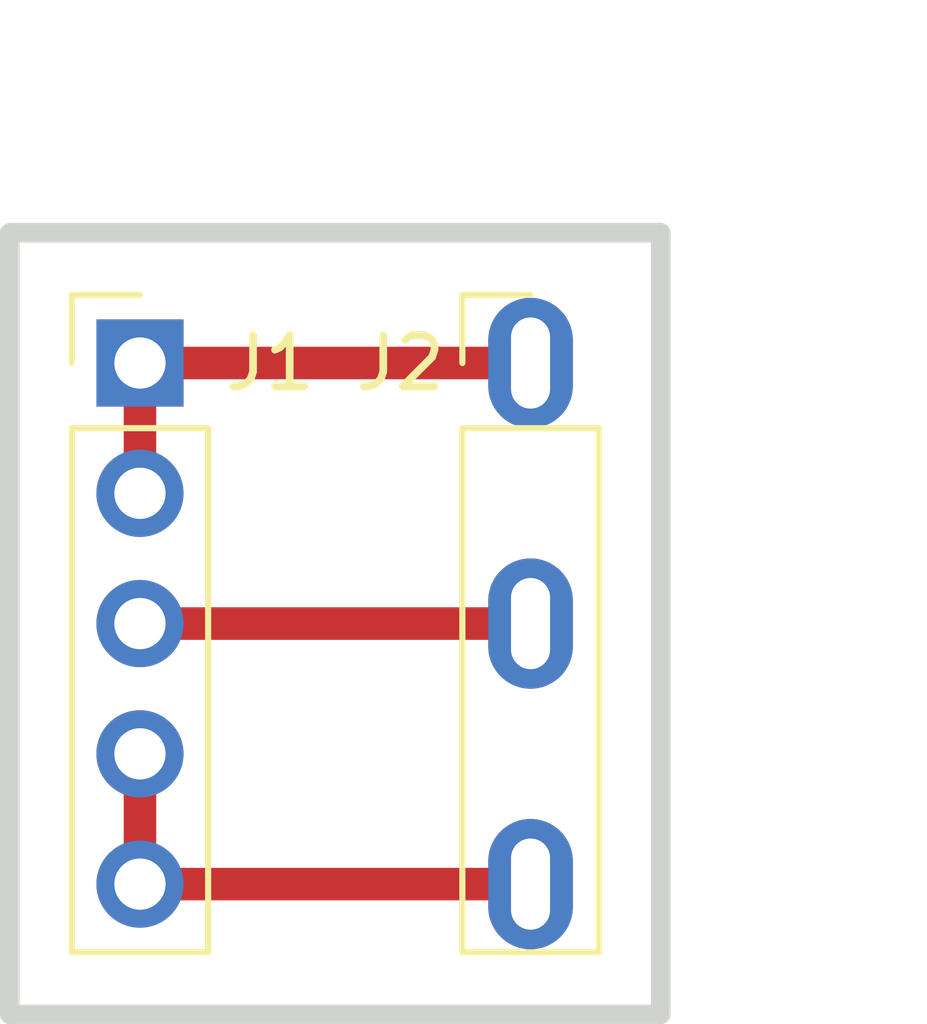
<source format=kicad_pcb>
(kicad_pcb (version 20171130) (host pcbnew "(5.1.10)-1")

  (general
    (thickness 1.6002)
    (drawings 6)
    (tracks 5)
    (zones 0)
    (modules 2)
    (nets 4)
  )

  (page A)
  (title_block
    (title AudioAmp380)
    (date 2022-03-27)
    (rev 3)
    (company "Land Boards LLC")
  )

  (layers
    (0 Front signal)
    (31 Back signal)
    (36 B.SilkS user)
    (37 F.SilkS user)
    (38 B.Mask user)
    (39 F.Mask user)
    (40 Dwgs.User user)
    (44 Edge.Cuts user)
    (45 Margin user)
    (46 B.CrtYd user)
    (47 F.CrtYd user)
  )

  (setup
    (last_trace_width 0.635)
    (user_trace_width 0.3048)
    (user_trace_width 0.381)
    (user_trace_width 0.635)
    (trace_clearance 0.254)
    (zone_clearance 0.254)
    (zone_45_only no)
    (trace_min 0.2032)
    (via_size 0.889)
    (via_drill 0.635)
    (via_min_size 0.889)
    (via_min_drill 0.508)
    (uvia_size 0.508)
    (uvia_drill 0.127)
    (uvias_allowed no)
    (uvia_min_size 0.508)
    (uvia_min_drill 0.127)
    (edge_width 0.381)
    (segment_width 0.381)
    (pcb_text_width 0.3048)
    (pcb_text_size 1.524 2.032)
    (mod_edge_width 0.381)
    (mod_text_size 1.524 1.524)
    (mod_text_width 0.3048)
    (pad_size 1.524 1.524)
    (pad_drill 0.8128)
    (pad_to_mask_clearance 0)
    (aux_axis_origin 147.32 73.8124)
    (grid_origin 0.02 0.0124)
    (visible_elements 7FFFEB7F)
    (pcbplotparams
      (layerselection 0x010f0_ffffffff)
      (usegerberextensions true)
      (usegerberattributes false)
      (usegerberadvancedattributes false)
      (creategerberjobfile false)
      (excludeedgelayer true)
      (linewidth 0.152400)
      (plotframeref false)
      (viasonmask false)
      (mode 1)
      (useauxorigin false)
      (hpglpennumber 1)
      (hpglpenspeed 20)
      (hpglpendiameter 15.000000)
      (psnegative false)
      (psa4output false)
      (plotreference true)
      (plotvalue true)
      (plotinvisibletext false)
      (padsonsilk false)
      (subtractmaskfromsilk false)
      (outputformat 1)
      (mirror false)
      (drillshape 0)
      (scaleselection 1)
      (outputdirectory "plots/"))
  )

  (net 0 "")
  (net 1 "Net-(J1-Pad4)")
  (net 2 "Net-(J1-Pad3)")
  (net 3 "Net-(J1-Pad1)")

  (net_class Default "This is the default net class."
    (clearance 0.254)
    (trace_width 0.2032)
    (via_dia 0.889)
    (via_drill 0.635)
    (uvia_dia 0.508)
    (uvia_drill 0.127)
    (diff_pair_width 0.2032)
    (diff_pair_gap 0.25)
    (add_net "Net-(J1-Pad1)")
    (add_net "Net-(J1-Pad3)")
    (add_net "Net-(J1-Pad4)")
  )

  (module Connector_PinHeader_2.54mm:PinHeader_1x05_P2.54mm_Vertical (layer Front) (tedit 59FED5CC) (tstamp 6241B379)
    (at 147.34 127.0124)
    (descr "Through hole straight pin header, 1x05, 2.54mm pitch, single row")
    (tags "Through hole pin header THT 1x05 2.54mm single row")
    (path /6241E467)
    (fp_text reference J1 (at 2.54 0) (layer F.SilkS)
      (effects (font (size 1 1) (thickness 0.15)))
    )
    (fp_text value Conn_01x05 (at 0 12.49) (layer F.Fab)
      (effects (font (size 1 1) (thickness 0.15)))
    )
    (fp_text user %R (at 0 5.08 90) (layer F.Fab)
      (effects (font (size 1 1) (thickness 0.15)))
    )
    (fp_line (start -0.635 -1.27) (end 1.27 -1.27) (layer F.Fab) (width 0.1))
    (fp_line (start 1.27 -1.27) (end 1.27 11.43) (layer F.Fab) (width 0.1))
    (fp_line (start 1.27 11.43) (end -1.27 11.43) (layer F.Fab) (width 0.1))
    (fp_line (start -1.27 11.43) (end -1.27 -0.635) (layer F.Fab) (width 0.1))
    (fp_line (start -1.27 -0.635) (end -0.635 -1.27) (layer F.Fab) (width 0.1))
    (fp_line (start -1.33 11.49) (end 1.33 11.49) (layer F.SilkS) (width 0.12))
    (fp_line (start -1.33 1.27) (end -1.33 11.49) (layer F.SilkS) (width 0.12))
    (fp_line (start 1.33 1.27) (end 1.33 11.49) (layer F.SilkS) (width 0.12))
    (fp_line (start -1.33 1.27) (end 1.33 1.27) (layer F.SilkS) (width 0.12))
    (fp_line (start -1.33 0) (end -1.33 -1.33) (layer F.SilkS) (width 0.12))
    (fp_line (start -1.33 -1.33) (end 0 -1.33) (layer F.SilkS) (width 0.12))
    (fp_line (start -1.8 -1.8) (end -1.8 11.95) (layer F.CrtYd) (width 0.05))
    (fp_line (start -1.8 11.95) (end 1.8 11.95) (layer F.CrtYd) (width 0.05))
    (fp_line (start 1.8 11.95) (end 1.8 -1.8) (layer F.CrtYd) (width 0.05))
    (fp_line (start 1.8 -1.8) (end -1.8 -1.8) (layer F.CrtYd) (width 0.05))
    (pad 5 thru_hole oval (at 0 10.16) (size 1.7 1.7) (drill 1) (layers *.Cu *.Mask)
      (net 1 "Net-(J1-Pad4)"))
    (pad 4 thru_hole oval (at 0 7.62) (size 1.7 1.7) (drill 1) (layers *.Cu *.Mask)
      (net 1 "Net-(J1-Pad4)"))
    (pad 3 thru_hole oval (at 0 5.08) (size 1.7 1.7) (drill 1) (layers *.Cu *.Mask)
      (net 2 "Net-(J1-Pad3)"))
    (pad 2 thru_hole oval (at 0 2.54) (size 1.7 1.7) (drill 1) (layers *.Cu *.Mask)
      (net 3 "Net-(J1-Pad1)"))
    (pad 1 thru_hole rect (at 0 0) (size 1.7 1.7) (drill 1) (layers *.Cu *.Mask)
      (net 3 "Net-(J1-Pad1)"))
    (model ${KISYS3DMOD}/Connector_PinHeader_2.54mm.3dshapes/PinHeader_1x05_P2.54mm_Vertical.wrl
      (at (xyz 0 0 0))
      (scale (xyz 1 1 1))
      (rotate (xyz 0 0 0))
    )
  )

  (module LandBoards_Conns:Pot3 (layer Front) (tedit 6241BDD0) (tstamp 62421D25)
    (at 154.96 127.0124)
    (descr "Through hole straight pin header, 1x05, 2.54mm pitch, single row")
    (tags "Through hole pin header THT 1x05 2.54mm single row")
    (path /624204D5)
    (fp_text reference J2 (at -2.54 0) (layer F.SilkS)
      (effects (font (size 1 1) (thickness 0.15)))
    )
    (fp_text value Conn_01x03 (at 0 12.49) (layer F.Fab)
      (effects (font (size 1 1) (thickness 0.15)))
    )
    (fp_line (start 1.8 -1.8) (end -1.8 -1.8) (layer F.CrtYd) (width 0.05))
    (fp_line (start 1.8 11.95) (end 1.8 -1.8) (layer F.CrtYd) (width 0.05))
    (fp_line (start -1.8 11.95) (end 1.8 11.95) (layer F.CrtYd) (width 0.05))
    (fp_line (start -1.8 -1.8) (end -1.8 11.95) (layer F.CrtYd) (width 0.05))
    (fp_line (start -1.33 -1.33) (end 0 -1.33) (layer F.SilkS) (width 0.12))
    (fp_line (start -1.33 0) (end -1.33 -1.33) (layer F.SilkS) (width 0.12))
    (fp_line (start -1.33 1.27) (end 1.33 1.27) (layer F.SilkS) (width 0.12))
    (fp_line (start 1.33 1.27) (end 1.33 11.49) (layer F.SilkS) (width 0.12))
    (fp_line (start -1.33 1.27) (end -1.33 11.49) (layer F.SilkS) (width 0.12))
    (fp_line (start -1.33 11.49) (end 1.33 11.49) (layer F.SilkS) (width 0.12))
    (fp_line (start -1.27 -0.635) (end -0.635 -1.27) (layer F.Fab) (width 0.1))
    (fp_line (start -1.27 11.43) (end -1.27 -0.635) (layer F.Fab) (width 0.1))
    (fp_line (start 1.27 11.43) (end -1.27 11.43) (layer F.Fab) (width 0.1))
    (fp_line (start 1.27 -1.27) (end 1.27 11.43) (layer F.Fab) (width 0.1))
    (fp_line (start -0.635 -1.27) (end 1.27 -1.27) (layer F.Fab) (width 0.1))
    (fp_text user %R (at -2.54 5.08 90) (layer F.Fab)
      (effects (font (size 1 1) (thickness 0.15)))
    )
    (pad 3 thru_hole oval (at 0 10.16) (size 1.651 2.54) (drill oval 0.762 1.778) (layers *.Cu *.Mask)
      (net 1 "Net-(J1-Pad4)"))
    (pad 2 thru_hole oval (at 0 5.08) (size 1.651 2.54) (drill oval 0.762 1.778) (layers *.Cu *.Mask)
      (net 2 "Net-(J1-Pad3)"))
    (pad 1 thru_hole oval (at 0 0) (size 1.651 2.54) (drill oval 0.762 1.778) (layers *.Cu *.Mask)
      (net 3 "Net-(J1-Pad1)"))
    (model ${KISYS3DMOD}/Connector_PinHeader_2.54mm.3dshapes/PinHeader_1x05_P2.54mm_Vertical.wrl
      (at (xyz 0 0 0))
      (scale (xyz 1 1 1))
      (rotate (xyz 0 0 0))
    )
  )

  (dimension 15.24 (width 0.381) (layer Dwgs.User)
    (gr_text "0.6000 in" (at 161.571 132.0924 90) (layer Dwgs.User)
      (effects (font (size 1 1) (thickness 0.15)))
    )
    (feature1 (pts (xy 157.5 124.4724) (xy 160.626421 124.4724)))
    (feature2 (pts (xy 157.5 139.7124) (xy 160.626421 139.7124)))
    (crossbar (pts (xy 160.04 139.7124) (xy 160.04 124.4724)))
    (arrow1a (pts (xy 160.04 124.4724) (xy 160.626421 125.598904)))
    (arrow1b (pts (xy 160.04 124.4724) (xy 159.453579 125.598904)))
    (arrow2a (pts (xy 160.04 139.7124) (xy 160.626421 138.585896)))
    (arrow2b (pts (xy 160.04 139.7124) (xy 159.453579 138.585896)))
  )
  (dimension 12.7 (width 0.381) (layer Dwgs.User)
    (gr_text "0.5000 in" (at 151.15 120.4014) (layer Dwgs.User)
      (effects (font (size 1 1) (thickness 0.15)))
    )
    (feature1 (pts (xy 157.5 124.4724) (xy 157.5 121.345979)))
    (feature2 (pts (xy 144.8 124.4724) (xy 144.8 121.345979)))
    (crossbar (pts (xy 144.8 121.9324) (xy 157.5 121.9324)))
    (arrow1a (pts (xy 157.5 121.9324) (xy 156.373496 122.518821)))
    (arrow1b (pts (xy 157.5 121.9324) (xy 156.373496 121.345979)))
    (arrow2a (pts (xy 144.8 121.9324) (xy 145.926504 122.518821)))
    (arrow2b (pts (xy 144.8 121.9324) (xy 145.926504 121.345979)))
  )
  (gr_line (start 157.5 139.7124) (end 144.8 139.7124) (layer Edge.Cuts) (width 0.381) (tstamp 6241BBEE))
  (gr_line (start 157.5 124.4724) (end 157.5 139.7124) (layer Edge.Cuts) (width 0.381))
  (gr_line (start 144.8 124.4724) (end 157.5 124.4724) (layer Edge.Cuts) (width 0.381))
  (gr_line (start 144.8 139.7124) (end 144.8 124.4724) (layer Edge.Cuts) (width 0.381) (tstamp 6241B43F))

  (segment (start 147.34 134.6324) (end 147.34 137.1724) (width 0.635) (layer Front) (net 1))
  (segment (start 147.34 137.1724) (end 154.96 137.1724) (width 0.635) (layer Front) (net 1))
  (segment (start 147.34 132.0924) (end 154.96 132.0924) (width 0.635) (layer Front) (net 2))
  (segment (start 147.34 129.5524) (end 147.34 127.0124) (width 0.635) (layer Front) (net 3))
  (segment (start 147.34 127.0124) (end 154.96 127.0124) (width 0.635) (layer Front) (net 3))

)

</source>
